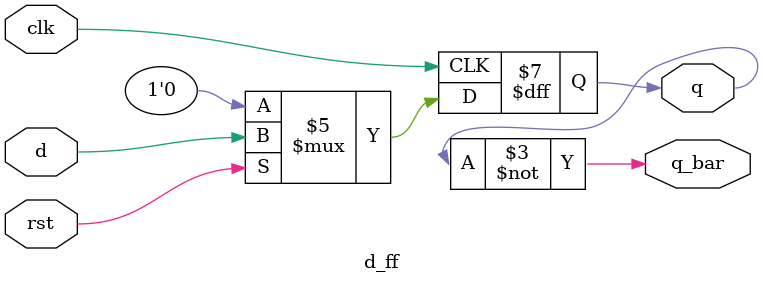
<source format=v>
module d_ff(
  input clk,rst,
  input d,
  output reg q,q_bar);
  always @(negedge clk)
    begin
      if(!rst) q<=0;
      else
        q<=d;
    end
  assign q_bar=~q;
endmodule

</source>
